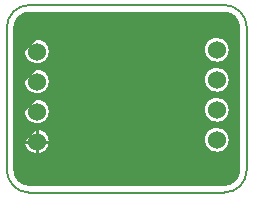
<source format=gbr>
%FSLAX23Y23*%
%MOIN*%
G04 EasyPC Gerber Version 18.0.1 Build 3581 *
%ADD14C,0.00500*%
%ADD15C,0.01000*%
%ADD71C,0.06000*%
X0Y0D02*
D02*
D14*
X170Y575D02*
Y100D01*
G75*
G03X220Y50I50*
G01*
X870*
G75*
G03X920Y100J50*
G01*
Y575*
G75*
G03X870Y625I-50*
G01*
X220*
G75*
G03X170Y575J-50*
G01*
X245Y238D02*
G75*
G02Y153J-43D01*
G01*
G75*
G02Y238J43*
G01*
Y338D02*
G75*
G02Y253J-43D01*
G01*
G75*
G02Y338J43*
G01*
Y438D02*
G75*
G02Y353J-43D01*
G01*
G75*
G02Y438J43*
G01*
Y538D02*
G75*
G02Y453J-43D01*
G01*
G75*
G02Y538J43*
G01*
X845Y158D02*
G75*
G02Y243J43D01*
G01*
G75*
G02Y158J-43*
G01*
Y258D02*
G75*
G02Y343J43D01*
G01*
G75*
G02Y258J-43*
G01*
Y358D02*
G75*
G02Y443J43D01*
G01*
G75*
G02Y358J-43*
G01*
Y458D02*
G75*
G02Y543J43D01*
G01*
G75*
G02Y458J-43*
G01*
X170Y195D02*
G36*
Y100D01*
G75*
G03X220Y50I50*
G01*
X870*
G75*
G03X920Y100J50*
G01*
Y195*
X887*
G75*
G02X845Y158I-42J5*
G01*
G75*
G02X803Y195J43*
G01*
X288*
G75*
G02X245Y153I-43*
G01*
G75*
G02X203Y195J43*
G01*
X170*
G37*
X203D02*
G36*
G75*
G02X245Y238I43D01*
G01*
G75*
G02X288Y195J-43*
G01*
X803*
G75*
G02X845Y243I42J5*
G01*
G75*
G02X887Y195J-43*
G01*
X920*
Y295*
X887*
G75*
G02X845Y258I-42J5*
G01*
G75*
G02X803Y295J43*
G01*
X288*
G75*
G02X245Y253I-43*
G01*
G75*
G02X203Y295J43*
G01*
X170*
Y195*
X203*
G37*
Y295D02*
G36*
G75*
G02X245Y338I43D01*
G01*
G75*
G02X288Y295J-43*
G01*
X803*
G75*
G02X845Y343I42J5*
G01*
G75*
G02X887Y295J-43*
G01*
X920*
Y395*
X887*
G75*
G02X845Y358I-42J5*
G01*
G75*
G02X803Y395J43*
G01*
X288*
G75*
G02X245Y353I-43*
G01*
G75*
G02X203Y395J43*
G01*
X170*
Y295*
X203*
G37*
Y395D02*
G36*
G75*
G02X245Y438I43D01*
G01*
G75*
G02X288Y395J-43*
G01*
X803*
G75*
G02X845Y443I42J5*
G01*
G75*
G02X887Y395J-43*
G01*
X920*
Y495*
X887*
G75*
G02X845Y458I-42J5*
G01*
G75*
G02X803Y495J43*
G01*
X288*
G75*
G02X245Y453I-43*
G01*
G75*
G02X203Y495J43*
G01*
X170*
Y395*
X203*
G37*
Y495D02*
G36*
G75*
G02X245Y538I43D01*
G01*
G75*
G02X288Y495J-43*
G01*
X803*
G75*
G02X845Y543I42J5*
G01*
G75*
G02X887Y495J-43*
G01*
X920*
Y575*
G75*
G03X870Y625I-50*
G01*
X220*
G75*
G03X170Y575J-50*
G01*
Y495*
X203*
G37*
X870Y650D02*
G75*
G02X945Y575J-75D01*
G01*
Y100*
G75*
G02X870Y25I-75*
G01*
X220*
G75*
G02X145Y100J75*
G01*
Y575*
G75*
G02X220Y650I75*
G01*
X870*
D02*
D15*
X220Y195D02*
X200D01*
X245Y170D02*
Y150D01*
Y220D02*
Y240D01*
X270Y195D02*
X290D01*
D02*
D71*
X245D03*
Y295D03*
Y395D03*
Y495D03*
X845Y200D03*
Y300D03*
Y400D03*
Y500D03*
X0Y0D02*
M02*

</source>
